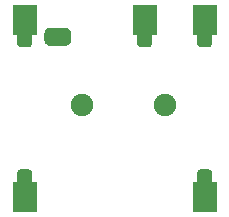
<source format=gbs>
G04 #@! TF.GenerationSoftware,KiCad,Pcbnew,9.0.1+1*
G04 #@! TF.CreationDate,2025-11-11T08:29:21+00:00*
G04 #@! TF.ProjectId,audio-jack,61756469-6f2d-46a6-9163-6b2e6b696361,rev?*
G04 #@! TF.SameCoordinates,Original*
G04 #@! TF.FileFunction,Soldermask,Bot*
G04 #@! TF.FilePolarity,Negative*
%FSLAX46Y46*%
G04 Gerber Fmt 4.6, Leading zero omitted, Abs format (unit mm)*
G04 Created by KiCad (PCBNEW 9.0.1+1) date 2025-11-11 08:29:21*
%MOMM*%
%LPD*%
G01*
G04 APERTURE LIST*
%ADD10C,1.900000*%
%ADD11R,2.000000X2.540000*%
G04 APERTURE END LIST*
G36*
X42165156Y-31461969D02*
G01*
X42465156Y-31461969D01*
X42465156Y-29961969D01*
X42165156Y-29961969D01*
X42165156Y-31461969D01*
G37*
D10*
X44365156Y-36461969D03*
X51365156Y-36461969D03*
D11*
X39515156Y-44261969D03*
G36*
G01*
X39140156Y-41936969D02*
X39890156Y-41936969D01*
G75*
G02*
X40140156Y-42186969I0J-250000D01*
G01*
X40140156Y-42936969D01*
G75*
G02*
X39890156Y-43186969I-250000J0D01*
G01*
X39140156Y-43186969D01*
G75*
G02*
X38890156Y-42936969I0J250000D01*
G01*
X38890156Y-42186969D01*
G75*
G02*
X39140156Y-41936969I250000J0D01*
G01*
G37*
X54755156Y-44261969D03*
G36*
G01*
X54380156Y-41936969D02*
X55130156Y-41936969D01*
G75*
G02*
X55380156Y-42186969I0J-250000D01*
G01*
X55380156Y-42936969D01*
G75*
G02*
X55130156Y-43186969I-250000J0D01*
G01*
X54380156Y-43186969D01*
G75*
G02*
X54130156Y-42936969I0J250000D01*
G01*
X54130156Y-42186969D01*
G75*
G02*
X54380156Y-41936969I250000J0D01*
G01*
G37*
G36*
G01*
X39140156Y-30336969D02*
X39890156Y-30336969D01*
G75*
G02*
X40140156Y-30586969I0J-250000D01*
G01*
X40140156Y-31336969D01*
G75*
G02*
X39890156Y-31586969I-250000J0D01*
G01*
X39140156Y-31586969D01*
G75*
G02*
X38890156Y-31336969I0J250000D01*
G01*
X38890156Y-30586969D01*
G75*
G02*
X39140156Y-30336969I250000J0D01*
G01*
G37*
X39515156Y-29261969D03*
G36*
G01*
X49300156Y-30336969D02*
X50050156Y-30336969D01*
G75*
G02*
X50300156Y-30586969I0J-250000D01*
G01*
X50300156Y-31336969D01*
G75*
G02*
X50050156Y-31586969I-250000J0D01*
G01*
X49300156Y-31586969D01*
G75*
G02*
X49050156Y-31336969I0J250000D01*
G01*
X49050156Y-30586969D01*
G75*
G02*
X49300156Y-30336969I250000J0D01*
G01*
G37*
X49675156Y-29261969D03*
G36*
G01*
X54380156Y-30336969D02*
X55130156Y-30336969D01*
G75*
G02*
X55380156Y-30586969I0J-250000D01*
G01*
X55380156Y-31336969D01*
G75*
G02*
X55130156Y-31586969I-250000J0D01*
G01*
X54380156Y-31586969D01*
G75*
G02*
X54130156Y-31336969I0J250000D01*
G01*
X54130156Y-30586969D01*
G75*
G02*
X54380156Y-30336969I250000J0D01*
G01*
G37*
X54755156Y-29261969D03*
G36*
X42165156Y-31461969D02*
G01*
X41665156Y-31461969D01*
X41665156Y-31457691D01*
X41599893Y-31457691D01*
X41473814Y-31423909D01*
X41360775Y-31358646D01*
X41268479Y-31266350D01*
X41203216Y-31153311D01*
X41169434Y-31027232D01*
X41169434Y-30961969D01*
X41165156Y-30961969D01*
X41165156Y-30461969D01*
X41169434Y-30461969D01*
X41169434Y-30396706D01*
X41203216Y-30270627D01*
X41268479Y-30157588D01*
X41360775Y-30065292D01*
X41473814Y-30000029D01*
X41599893Y-29966247D01*
X41665156Y-29966247D01*
X41665156Y-29961969D01*
X42165156Y-29961969D01*
X42165156Y-31461969D01*
G37*
G36*
X42965156Y-29966247D02*
G01*
X43030419Y-29966247D01*
X43156498Y-30000029D01*
X43269537Y-30065292D01*
X43361833Y-30157588D01*
X43427096Y-30270627D01*
X43460878Y-30396706D01*
X43460878Y-30461969D01*
X43465156Y-30461969D01*
X43465156Y-30961969D01*
X43460878Y-30961969D01*
X43460878Y-31027232D01*
X43427096Y-31153311D01*
X43361833Y-31266350D01*
X43269537Y-31358646D01*
X43156498Y-31423909D01*
X43030419Y-31457691D01*
X42965156Y-31457691D01*
X42965156Y-31461969D01*
X42465156Y-31461969D01*
X42465156Y-29961969D01*
X42965156Y-29961969D01*
X42965156Y-29966247D01*
G37*
M02*

</source>
